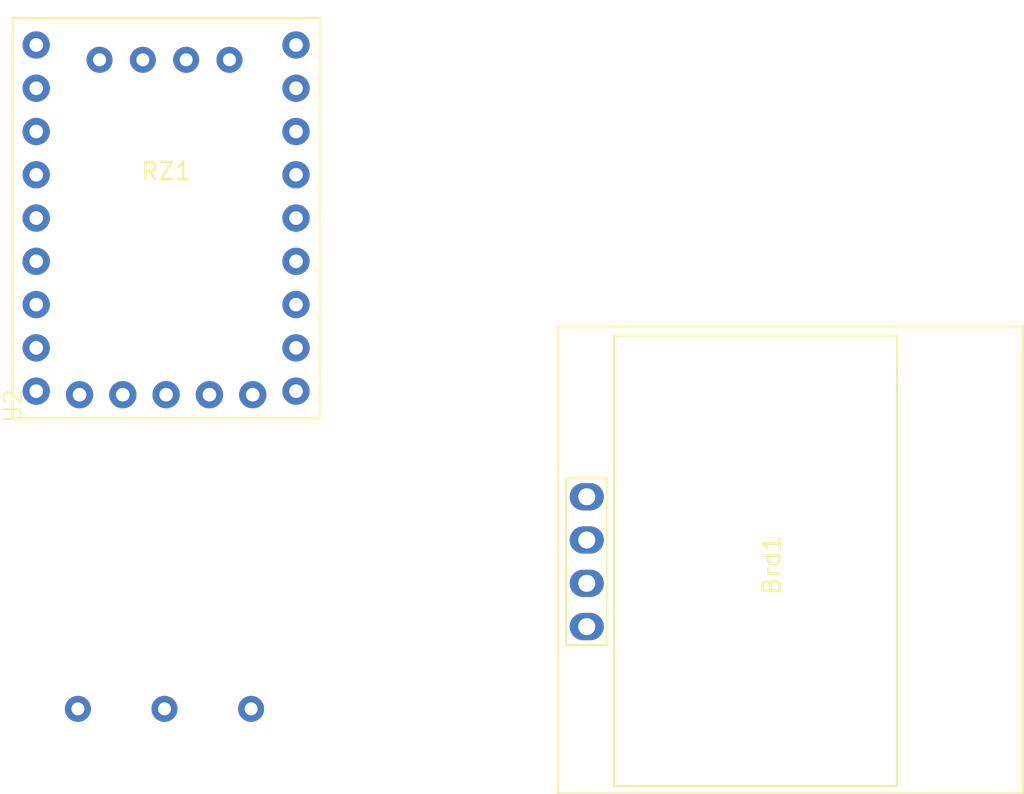
<source format=kicad_pcb>
(kicad_pcb (version 20221018) (generator pcbnew)
  (title_block (title "MPG Wheel") (date "2023-03-01") (rev "0.1") (company "Heli²"))
  (layers (0 "F.Cu" signal) (31 "B.Cu" signal) (34 "B.Paste" user) (35 "F.Paste" user) (36 "B.SilkS" user "B.Silkscreen") (37 "F.SilkS" user "F.Silkscreen") (38 "B.Mask" user) (39 "F.Mask" user) (44 "Edge.Cuts" user))
  (net 0 "")
  (net 1 "Net-(Brd1-SDA)")
  (net 2 "Net-(Brd1-SCL)")
  (net 3 "GND")
  (net 4 "Net-(Brd1-VCC)")
  (net 5 "Net-(U2-A+)")
  (net 6 "Net-(U2-B-)")
  (net 7 "Net-(U2-Y)")
  (net 8 "Net-(RZ1-GP0)")
  (net 9 "Net-(RZ1-GP1)")
  (net 22 "Net-(RZ1-GP26)")
  (footprint "Heli2:RP2040-Zero" (layer "F.Cu") (at 60.945 89.62)
    (fp_text reference "RZ1" (at 9 -14.5 unlocked) (layer "F.SilkS"))
    (fp_text value "RP2040-Zero")
    (fp_line (start 0 -23.5) (end 0 0) (stroke (width 0.12)) (layer "F.SilkS"))
    (fp_line (start 0 0) (end 18 0) (stroke (width 0.12)) (layer "F.SilkS"))
    (fp_line (start 18 -23.5) (end 0 -23.5) (stroke (width 0.12)) (layer "F.SilkS"))
    (fp_line (start 18 0) (end 18 -23.5) (stroke (width 0.12)) (layer "F.SilkS"))
    (pad "1" thru_hole circle (at 16.62 -21.91) (size 1.6 1.6) (drill 0.8) (layers "*.Cu" "*.Mask") (net 8 "Net-(RZ1-GP0)"))
    (pad "2" thru_hole circle (at 16.62 -19.37) (size 1.6 1.6) (drill 0.8) (layers "*.Cu" "*.Mask") (net 9 "Net-(RZ1-GP1)"))
    (pad "3" thru_hole circle (at 16.62 -16.83) (size 1.6 1.6) (drill 0.8) (layers "*.Cu" "*.Mask"))
    (pad "4" thru_hole circle (at 16.62 -14.29) (size 1.6 1.6) (drill 0.8) (layers "*.Cu" "*.Mask"))
    (pad "5" thru_hole circle (at 16.62 -11.75) (size 1.6 1.6) (drill 0.8) (layers "*.Cu" "*.Mask"))
    (pad "6" thru_hole circle (at 16.62 -9.21) (size 1.6 1.6) (drill 0.8) (layers "*.Cu" "*.Mask"))
    (pad "7" thru_hole circle (at 16.62 -6.67) (size 1.6 1.6) (drill 0.8) (layers "*.Cu" "*.Mask"))
    (pad "8" thru_hole circle (at 16.62 -4.13) (size 1.6 1.6) (drill 0.8) (layers "*.Cu" "*.Mask"))
    (pad "9" thru_hole circle (at 16.62 -1.59) (size 1.6 1.6) (drill 0.8) (layers "*.Cu" "*.Mask") (net 1 "Net-(Brd1-SDA)"))
    (pad "10" thru_hole circle (at 14.08 -1.38) (size 1.6 1.6) (drill 0.8) (layers "*.Cu" "*.Mask") (net 2 "Net-(Brd1-SCL)"))
    (pad "11" thru_hole circle (at 11.54 -1.38) (size 1.6 1.6) (drill 0.8) (layers "*.Cu" "*.Mask"))
    (pad "12" thru_hole circle (at 9 -1.38) (size 1.6 1.6) (drill 0.8) (layers "*.Cu" "*.Mask"))
    (pad "13" thru_hole circle (at 6.46 -1.38) (size 1.6 1.6) (drill 0.8) (layers "*.Cu" "*.Mask"))
    (pad "14" thru_hole circle (at 3.92 -1.38) (size 1.6 1.6) (drill 0.8) (layers "*.Cu" "*.Mask"))
    (pad "15" thru_hole circle (at 1.38 -1.59) (size 1.6 1.6) (drill 0.8) (layers "*.Cu" "*.Mask"))
    (pad "16" thru_hole circle (at 1.38 -4.13) (size 1.6 1.6) (drill 0.8) (layers "*.Cu" "*.Mask"))
    (pad "17" thru_hole circle (at 1.38 -6.67) (size 1.6 1.6) (drill 0.8) (layers "*.Cu" "*.Mask") (net 22 "Net-(RZ1-GP26)"))
    (pad "18" thru_hole circle (at 1.38 -9.21) (size 1.6 1.6) (drill 0.8) (layers "*.Cu" "*.Mask"))
    (pad "19" thru_hole circle (at 1.38 -11.75) (size 1.6 1.6) (drill 0.8) (layers "*.Cu" "*.Mask"))
    (pad "20" thru_hole circle (at 1.38 -14.29) (size 1.6 1.6) (drill 0.8) (layers "*.Cu" "*.Mask"))
    (pad "21" thru_hole circle (at 1.38 -16.83) (size 1.6 1.6) (drill 0.8) (layers "*.Cu" "*.Mask") (net 4 "Net-(Brd1-VCC)"))
    (pad "22" thru_hole circle (at 1.38 -21.91) (size 1.6 1.6) (drill 0.8) (layers "*.Cu" "*.Mask"))
    (pad "23" thru_hole circle (at 1.38 -19.37) (size 1.6 1.6) (drill 0.8) (layers "*.Cu" "*.Mask") (net 3 "GND"))
  )
  (footprint "Heli2:128x64OLED" (layer "F.Cu") (at 105.22 98.23 90)
    (fp_text reference "Brd1" (at 0 0.254 90) (layer "F.SilkS"))
    (fp_text value "SSD1306")
    (fp_line (start -13.4 -12.3) (end 14 -12.3) (stroke (width 0.12)) (layer "F.SilkS"))
    (fp_line (start -13.4 15) (end -13.4 -12.3) (stroke (width 0.12)) (layer "F.SilkS"))
    (fp_line (start -12.978 -9.005) (end 10.122 -9.005) (stroke (width 0.12)) (layer "F.SilkS"))
    (fp_line (start -12.978 7.595) (end -12.978 -9.005) (stroke (width 0.12)) (layer "F.SilkS"))
    (fp_line (start -4.699 -11.811) (end -4.699 -9.398) (stroke (width 0.12)) (layer "F.SilkS"))
    (fp_line (start -4.699 -11.811) (end 5.08 -11.811) (stroke (width 0.12)) (layer "F.SilkS"))
    (fp_line (start 5.08 -11.811) (end 5.08 -9.398) (stroke (width 0.12)) (layer "F.SilkS"))
    (fp_line (start 5.08 -9.398) (end -4.699 -9.398) (stroke (width 0.12)) (layer "F.SilkS"))
    (fp_line (start 10.122 -9.005) (end 13.208 -9.005) (stroke (width 0.12)) (layer "F.SilkS"))
    (fp_line (start 10.122 7.595) (end -12.978 7.595) (stroke (width 0.12)) (layer "F.SilkS"))
    (fp_line (start 10.122 7.595) (end 13.462 7.62) (stroke (width 0.12)) (layer "F.SilkS"))
    (fp_line (start 13.462 -9.017) (end 13.208 -9.005) (stroke (width 0.12)) (layer "F.SilkS"))
    (fp_line (start 13.462 7.62) (end 13.462 -9.017) (stroke (width 0.12)) (layer "F.SilkS"))
    (fp_line (start 14 -12.3) (end 14 15) (stroke (width 0.12)) (layer "F.SilkS"))
    (fp_line (start 14 15) (end -13.4 15) (stroke (width 0.12)) (layer "F.SilkS"))
    (pad "1" thru_hole oval (at -3.62 -10.6 180) (size 2 1.6) (drill 1) (layers "*.Cu" "*.Mask") (net 3 "GND"))
    (pad "2" thru_hole oval (at -1.08 -10.6 180) (size 2 1.6) (drill 1) (layers "*.Cu" "*.Mask") (net 4 "Net-(Brd1-VCC)"))
    (pad "3" thru_hole oval (at 1.46 -10.6 180) (size 2 1.6) (drill 1) (layers "*.Cu" "*.Mask") (net 2 "Net-(Brd1-SCL)"))
    (pad "4" thru_hole oval (at 4 -10.6 180) (size 2 1.6) (drill 1) (layers "*.Cu" "*.Mask") (net 1 "Net-(Brd1-SDA)"))
  )
  (footprint "Heli2:RS485_2_TTL_UART" (layer "F.Cu") (at 62.23 109.22 90)
    (fp_text reference "U2" (at 20.32 -1.27 90 unlocked) (layer "F.SilkS") (effects (font (thickness 0.1))))
    (fp_text value "RS485_2_TTL_UART")
    (pad "1" thru_hole circle (at 40.64 11.43 180) (size 1.524 1.524) (drill 0.762) (layers "*.Cu" "*.Mask") (net 4 "Net-(Brd1-VCC)"))
    (pad "2" thru_hole circle (at 40.64 8.89 90) (size 1.524 1.524) (drill 0.762) (layers "*.Cu" "*.Mask") (net 8 "Net-(RZ1-GP0)"))
    (pad "3" thru_hole circle (at 40.64 6.35 90) (size 1.524 1.524) (drill 0.762) (layers "*.Cu" "*.Mask") (net 9 "Net-(RZ1-GP1)"))
    (pad "4" thru_hole circle (at 40.64 3.81 90) (size 1.524 1.524) (drill 0.762) (layers "*.Cu" "*.Mask") (net 3 "GND"))
    (pad "5" thru_hole circle (at 2.54 12.7 90) (size 1.524 1.524) (drill 0.762) (layers "*.Cu" "*.Mask") (net 5 "Net-(U2-A+)"))
    (pad "6" thru_hole circle (at 2.54 7.62 90) (size 1.524 1.524) (drill 0.762) (layers "*.Cu" "*.Mask") (net 6 "Net-(U2-B-)"))
    (pad "7" thru_hole circle (at 2.54 2.54 90) (size 1.524 1.524) (drill 0.762) (layers "*.Cu" "*.Mask") (net 7 "Net-(U2-Y)"))
  )
)
</source>
